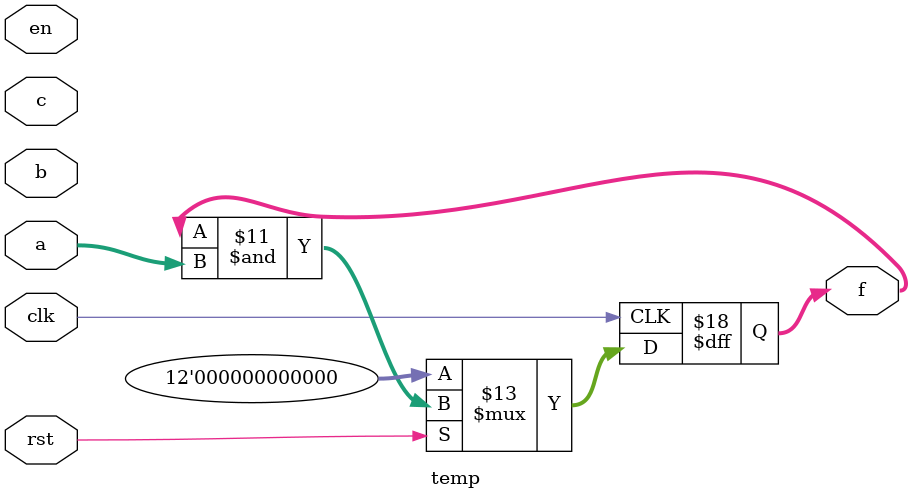
<source format=v>
module temp(clk,rst,en,a,b,c,f);
input [11:0] a,b,c;
output reg [11:0] f;
input clk,rst,en;
reg [11:0] d;

always@(posedge clk)
begin
    if(!rst)
        d <= 0;
    else
        begin
            d <= ~b & ~c;
            d <= d + (a | c);
        end
end

always@(posedge clk)
begin
    if(!rst)
        f <= 0;
    else
        begin
            f <= d + 1;
            f <= f & a;
        end

end
endmodule

</source>
